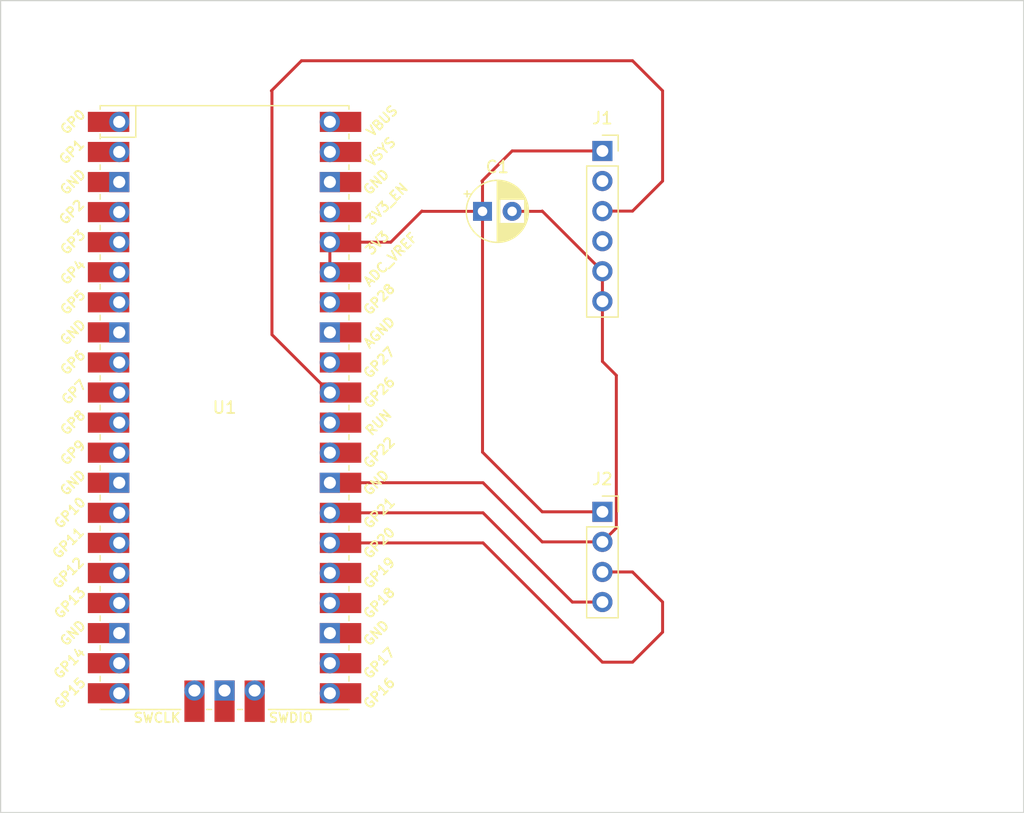
<source format=kicad_pcb>
(kicad_pcb (version 20221018) (generator pcbnew)
  (title_block (title "Flickertester") (date "2023-11-17") (rev "0.1"))
  (layers (0 "F.Cu" signal) (31 "B.Cu" signal) (34 "B.Paste" user) (35 "F.Paste" user) (36 "B.SilkS" user "B.Silkscreen") (37 "F.SilkS" user "F.Silkscreen") (38 "B.Mask" user) (39 "F.Mask" user) (44 "Edge.Cuts" user))
  (net 0 "")
  (net 1 "+3.3V")
  (net 2 "GND")
  (net 4 "/1M")
  (net 6 "/SDA")
  (net 7 "/SCL")
  (footprint "Connector_PinSocket_2.54mm:PinSocket_1x06_P2.54mm_Vertical" (layer "F.Cu") (at 109.22 58.42)
    (fp_text reference "J1" (at 0 -2.77) (layer "F.SilkS"))
    (fp_text value "Conn_01x06_Socket")
    (fp_line (start -1.33 1.27) (end -1.33 14.03) (stroke (width 0.12)) (layer "F.SilkS"))
    (fp_line (start -1.33 1.27) (end 1.33 1.27) (stroke (width 0.12)) (layer "F.SilkS"))
    (fp_line (start -1.33 14.03) (end 1.33 14.03) (stroke (width 0.12)) (layer "F.SilkS"))
    (fp_line (start 0 -1.33) (end 1.33 -1.33) (stroke (width 0.12)) (layer "F.SilkS"))
    (fp_line (start 1.33 -1.33) (end 1.33 0) (stroke (width 0.12)) (layer "F.SilkS"))
    (fp_line (start 1.33 1.27) (end 1.33 14.03) (stroke (width 0.12)) (layer "F.SilkS"))
    (pad "1" thru_hole rect (at 0 0) (size 1.7 1.7) (drill 1) (layers "*.Cu" "*.Mask") (net 1 "+3.3V"))
    (pad "2" thru_hole oval (at 0 2.54) (size 1.7 1.7) (drill 1) (layers "*.Cu" "*.Mask"))
    (pad "3" thru_hole oval (at 0 5.08) (size 1.7 1.7) (drill 1) (layers "*.Cu" "*.Mask") (net 4 "/1M"))
    (pad "4" thru_hole oval (at 0 7.62) (size 1.7 1.7) (drill 1) (layers "*.Cu" "*.Mask"))
    (pad "5" thru_hole oval (at 0 10.16) (size 1.7 1.7) (drill 1) (layers "*.Cu" "*.Mask") (net 2 "GND"))
    (pad "6" thru_hole oval (at 0 12.7) (size 1.7 1.7) (drill 1) (layers "*.Cu" "*.Mask") (net 2 "GND"))
  )
  (footprint "Connector_PinSocket_2.54mm:PinSocket_1x04_P2.54mm_Vertical" (layer "F.Cu") (at 109.22 88.9)
    (fp_text reference "J2" (at 0 -2.77) (layer "F.SilkS"))
    (fp_text value "Conn_01x04_Socket")
    (fp_line (start -1.33 1.27) (end -1.33 8.95) (stroke (width 0.12)) (layer "F.SilkS"))
    (fp_line (start -1.33 1.27) (end 1.33 1.27) (stroke (width 0.12)) (layer "F.SilkS"))
    (fp_line (start -1.33 8.95) (end 1.33 8.95) (stroke (width 0.12)) (layer "F.SilkS"))
    (fp_line (start 0 -1.33) (end 1.33 -1.33) (stroke (width 0.12)) (layer "F.SilkS"))
    (fp_line (start 1.33 -1.33) (end 1.33 0) (stroke (width 0.12)) (layer "F.SilkS"))
    (fp_line (start 1.33 1.27) (end 1.33 8.95) (stroke (width 0.12)) (layer "F.SilkS"))
    (pad "1" thru_hole rect (at 0 0) (size 1.7 1.7) (drill 1) (layers "*.Cu" "*.Mask") (net 1 "+3.3V"))
    (pad "2" thru_hole oval (at 0 2.54) (size 1.7 1.7) (drill 1) (layers "*.Cu" "*.Mask") (net 2 "GND"))
    (pad "3" thru_hole oval (at 0 5.08) (size 1.7 1.7) (drill 1) (layers "*.Cu" "*.Mask") (net 6 "/SDA"))
    (pad "4" thru_hole oval (at 0 7.62) (size 1.7 1.7) (drill 1) (layers "*.Cu" "*.Mask") (net 7 "/SCL"))
  )
  (footprint "MCU_RaspberryPi_and_Boards:RPi_Pico_SMD_TH" (layer "F.Cu") (at 77.325225 80.095)
    (fp_text reference "U1" (at 0 0) (layer "F.SilkS"))
    (fp_text value "Pico")
    (fp_text user "GND" (at 12.8 19.05 45) (layer "F.SilkS") (effects (font (size 0.8 0.8))))
    (fp_text user "GP3" (at -12.8 -13.97 45) (layer "F.SilkS") (effects (font (size 0.8 0.8))))
    (fp_text user "GP1" (at -12.9 -21.6 45) (layer "F.SilkS") (effects (font (size 0.8 0.8))))
    (fp_text user "GP20" (at 13.054 11.43 45) (layer "F.SilkS") (effects (font (size 0.8 0.8))))
    (fp_text user "GP9" (at -12.8 3.81 45) (layer "F.SilkS") (effects (font (size 0.8 0.8))))
    (fp_text user "GP7" (at -12.7 -1.3 45) (layer "F.SilkS") (effects (font (size 0.8 0.8))))
    (fp_text user "3V3_EN" (at 13.7 -17.2 45) (layer "F.SilkS") (effects (font (size 0.8 0.8))))
    (fp_text user "GP22" (at 13.054 3.81 45) (layer "F.SilkS") (effects (font (size 0.8 0.8))))
    (fp_text user "GP8" (at -12.8 1.27 45) (layer "F.SilkS") (effects (font (size 0.8 0.8))))
    (fp_text user "GP28" (at 13.054 -9.144 45) (layer "F.SilkS") (effects (font (size 0.8 0.8))))
    (fp_text user "GP12" (at -13.2 13.97 45) (layer "F.SilkS") (effects (font (size 0.8 0.8))))
    (fp_text user "GP5" (at -12.8 -8.89 45) (layer "F.SilkS") (effects (font (size 0.8 0.8))))
    (fp_text user "GP0" (at -12.8 -24.13 45) (layer "F.SilkS") (effects (font (size 0.8 0.8))))
    (fp_text user "GND" (at -12.8 -6.35 45) (layer "F.SilkS") (effects (font (size 0.8 0.8))))
    (fp_text user "GP17" (at 13.054 21.59 45) (layer "F.SilkS") (effects (font (size 0.8 0.8))))
    (fp_text user "GP13" (at -13.054 16.51 45) (layer "F.SilkS") (effects (font (size 0.8 0.8))))
    (fp_text user "3V3" (at 12.9 -13.9 45) (layer "F.SilkS") (effects (font (size 0.8 0.8))))
    (fp_text user "RUN" (at 13 1.27 45) (layer "F.SilkS") (effects (font (size 0.8 0.8))))
    (fp_text user "SWCLK" (at -5.7 26.2) (layer "F.SilkS") (effects (font (size 0.8 0.8))))
    (fp_text user "GND" (at -12.8 -19.05 45) (layer "F.SilkS") (effects (font (size 0.8 0.8))))
    (fp_text user "AGND" (at 13.054 -6.35 45) (layer "F.SilkS") (effects (font (size 0.8 0.8))))
    (fp_text user "GND" (at 12.8 6.35 45) (layer "F.SilkS") (effects (font (size 0.8 0.8))))
    (fp_text user "GP2" (at -12.9 -16.51 45) (layer "F.SilkS") (effects (font (size 0.8 0.8))))
    (fp_text user "SWDIO" (at 5.6 26.2) (layer "F.SilkS") (effects (font (size 0.8 0.8))))
    (fp_text user "GP10" (at -13.054 8.89 45) (layer "F.SilkS") (effects (font (size 0.8 0.8))))
    (fp_text user "GP18" (at 13.054 16.51 45) (layer "F.SilkS") (effects (font (size 0.8 0.8))))
    (fp_text user "GP21" (at 13.054 8.9 45) (layer "F.SilkS") (effects (font (size 0.8 0.8))))
    (fp_text user "GND" (at 12.8 -19.05 45) (layer "F.SilkS") (effects (font (size 0.8 0.8))))
    (fp_text user "GND" (at -12.8 19.05 45) (layer "F.SilkS") (effects (font (size 0.8 0.8))))
    (fp_text user "GP26" (at 13.054 -1.27 45) (layer "F.SilkS") (effects (font (size 0.8 0.8))))
    (fp_text user "GP6" (at -12.8 -3.81 45) (layer "F.SilkS") (effects (font (size 0.8 0.8))))
    (fp_text user "GP19" (at 13.054 13.97 45) (layer "F.SilkS") (effects (font (size 0.8 0.8))))
    (fp_text user "VBUS" (at 13.3 -24.2 45) (layer "F.SilkS") (effects (font (size 0.8 0.8))))
    (fp_text user "VSYS" (at 13.2 -21.59 45) (layer "F.SilkS") (effects (font (size 0.8 0.8))))
    (fp_text user "GP11" (at -13.2 11.43 45) (layer "F.SilkS") (effects (font (size 0.8 0.8))))
    (fp_text user "GP15" (at -13.054 24.13 45) (layer "F.SilkS") (effects (font (size 0.8 0.8))))
    (fp_text user "GP14" (at -13.1 21.59 45) (layer "F.SilkS") (effects (font (size 0.8 0.8))))
    (fp_text user "GND" (at -12.8 6.35 45) (layer "F.SilkS") (effects (font (size 0.8 0.8))))
    (fp_text user "ADC_VREF" (at 14 -12.5 45) (layer "F.SilkS") (effects (font (size 0.8 0.8))))
    (fp_text user "GP16" (at 13.054 24.13 45) (layer "F.SilkS") (effects (font (size 0.8 0.8))))
    (fp_text user "GP4" (at -12.8 -11.43 45) (layer "F.SilkS") (effects (font (size 0.8 0.8))))
    (fp_text user "GP27" (at 13.054 -3.8 45) (layer "F.SilkS") (effects (font (size 0.8 0.8))))
    (fp_line (start -10.5 -25.5) (end -10.5 -25.2) (stroke (width 0.12)) (layer "F.SilkS"))
    (fp_line (start -10.5 -25.5) (end 10.5 -25.5) (stroke (width 0.12)) (layer "F.SilkS"))
    (fp_line (start -10.5 -23.1) (end -10.5 -22.7) (stroke (width 0.12)) (layer "F.SilkS"))
    (fp_line (start -10.5 -22.833) (end -7.493 -22.833) (stroke (width 0.12)) (layer "F.SilkS"))
    (fp_line (start -10.5 -20.5) (end -10.5 -20.1) (stroke (width 0.12)) (layer "F.SilkS"))
    (fp_line (start -10.5 -18) (end -10.5 -17.6) (stroke (width 0.12)) (layer "F.SilkS"))
    (fp_line (start -10.5 -15.4) (end -10.5 -15) (stroke (width 0.12)) (layer "F.SilkS"))
    (fp_line (start -10.5 -12.9) (end -10.5 -12.5) (stroke (width 0.12)) (layer "F.SilkS"))
    (fp_line (start -10.5 -10.4) (end -10.5 -10) (stroke (width 0.12)) (layer "F.SilkS"))
    (fp_line (start -10.5 -7.8) (end -10.5 -7.4) (stroke (width 0.12)) (layer "F.SilkS"))
    (fp_line (start -10.5 -5.3) (end -10.5 -4.9) (stroke (width 0.12)) (layer "F.SilkS"))
    (fp_line (start -10.5 -2.7) (end -10.5 -2.3) (stroke (width 0.12)) (layer "F.SilkS"))
    (fp_line (start -10.5 -0.2) (end -10.5 0.2) (stroke (width 0.12)) (layer "F.SilkS"))
    (fp_line (start -10.5 2.3) (end -10.5 2.7) (stroke (width 0.12)) (layer "F.SilkS"))
    (fp_line (start -10.5 4.9) (end -10.5 5.3) (stroke (width 0.12)) (layer "F.SilkS"))
    (fp_line (start -10.5 7.4) (end -10.5 7.8) (stroke (width 0.12)) (layer "F.SilkS"))
    (fp_line (start -10.5 10) (end -10.5 10.4) (stroke (width 0.12)) (layer "F.SilkS"))
    (fp_line (start -10.5 12.5) (end -10.5 12.9) (stroke (width 0.12)) (layer "F.SilkS"))
    (fp_line (start -10.5 15.1) (end -10.5 15.5) (stroke (width 0.12)) (layer "F.SilkS"))
    (fp_line (start -10.5 17.6) (end -10.5 18) (stroke (width 0.12)) (layer "F.SilkS"))
    (fp_line (start -10.5 20.1) (end -10.5 20.5) (stroke (width 0.12)) (layer "F.SilkS"))
    (fp_line (start -10.5 22.7) (end -10.5 23.1) (stroke (width 0.12)) (layer "F.SilkS"))
    (fp_line (start -7.493 -22.833) (end -7.493 -25.5) (stroke (width 0.12)) (layer "F.SilkS"))
    (fp_line (start -3.7 25.5) (end -10.5 25.5) (stroke (width 0.12)) (layer "F.SilkS"))
    (fp_line (start -1.5 25.5) (end -1.1 25.5) (stroke (width 0.12)) (layer "F.SilkS"))
    (fp_line (start 1.1 25.5) (end 1.5 25.5) (stroke (width 0.12)) (layer "F.SilkS"))
    (fp_line (start 10.5 -25.5) (end 10.5 -25.2) (stroke (width 0.12)) (layer "F.SilkS"))
    (fp_line (start 10.5 -23.1) (end 10.5 -22.7) (stroke (width 0.12)) (layer "F.SilkS"))
    (fp_line (start 10.5 -20.5) (end 10.5 -20.1) (stroke (width 0.12)) (layer "F.SilkS"))
    (fp_line (start 10.5 -18) (end 10.5 -17.6) (stroke (width 0.12)) (layer "F.SilkS"))
    (fp_line (start 10.5 -15.4) (end 10.5 -15) (stroke (width 0.12)) (layer "F.SilkS"))
    (fp_line (start 10.5 -12.9) (end 10.5 -12.5) (stroke (width 0.12)) (layer "F.SilkS"))
    (fp_line (start 10.5 -10.4) (end 10.5 -10) (stroke (width 0.12)) (layer "F.SilkS"))
    (fp_line (start 10.5 -7.8) (end 10.5 -7.4) (stroke (width 0.12)) (layer "F.SilkS"))
    (fp_line (start 10.5 -5.3) (end 10.5 -4.9) (stroke (width 0.12)) (layer "F.SilkS"))
    (fp_line (start 10.5 -2.7) (end 10.5 -2.3) (stroke (width 0.12)) (layer "F.SilkS"))
    (fp_line (start 10.5 -0.2) (end 10.5 0.2) (stroke (width 0.12)) (layer "F.SilkS"))
    (fp_line (start 10.5 2.3) (end 10.5 2.7) (stroke (width 0.12)) (layer "F.SilkS"))
    (fp_line (start 10.5 4.9) (end 10.5 5.3) (stroke (width 0.12)) (layer "F.SilkS"))
    (fp_line (start 10.5 7.4) (end 10.5 7.8) (stroke (width 0.12)) (layer "F.SilkS"))
    (fp_line (start 10.5 10) (end 10.5 10.4) (stroke (width 0.12)) (layer "F.SilkS"))
    (fp_line (start 10.5 12.5) (end 10.5 12.9) (stroke (width 0.12)) (layer "F.SilkS"))
    (fp_line (start 10.5 15.1) (end 10.5 15.5) (stroke (width 0.12)) (layer "F.SilkS"))
    (fp_line (start 10.5 17.6) (end 10.5 18) (stroke (width 0.12)) (layer "F.SilkS"))
    (fp_line (start 10.5 20.1) (end 10.5 20.5) (stroke (width 0.12)) (layer "F.SilkS"))
    (fp_line (start 10.5 22.7) (end 10.5 23.1) (stroke (width 0.12)) (layer "F.SilkS"))
    (fp_line (start 10.5 25.5) (end 3.7 25.5) (stroke (width 0.12)) (layer "F.SilkS"))
    (pad "" np_thru_hole oval (at -2.725 -24) (size 1.8 1.8) (drill 1.8) (layers "*.Cu" "*.Mask"))
    (pad "" np_thru_hole oval (at -2.425 -20.97) (size 1.5 1.5) (drill 1.5) (layers "*.Cu" "*.Mask"))
    (pad "" np_thru_hole oval (at 2.425 -20.97) (size 1.5 1.5) (drill 1.5) (layers "*.Cu" "*.Mask"))
    (pad "" np_thru_hole oval (at 2.725 -24) (size 1.8 1.8) (drill 1.8) (layers "*.Cu" "*.Mask"))
    (pad "1" thru_hole oval (at -8.89 -24.13) (size 1.7 1.7) (drill 1.02) (layers "*.Cu" "*.Mask"))
    (pad "1" smd rect (at -8.89 -24.13) (size 3.5 1.7) (drill (offset -0.9 0)) (layers "F.Cu" "F.Mask"))
    (pad "2" thru_hole oval (at -8.89 -21.59) (size 1.7 1.7) (drill 1.02) (layers "*.Cu" "*.Mask"))
    (pad "2" smd rect (at -8.89 -21.59) (size 3.5 1.7) (drill (offset -0.9 0)) (layers "F.Cu" "F.Mask"))
    (pad "3" thru_hole rect (at -8.89 -19.05) (size 1.7 1.7) (drill 1.02) (layers "*.Cu" "*.Mask"))
    (pad "3" smd rect (at -8.89 -19.05) (size 3.5 1.7) (drill (offset -0.9 0)) (layers "F.Cu" "F.Mask"))
    (pad "4" thru_hole oval (at -8.89 -16.51) (size 1.7 1.7) (drill 1.02) (layers "*.Cu" "*.Mask"))
    (pad "4" smd rect (at -8.89 -16.51) (size 3.5 1.7) (drill (offset -0.9 0)) (layers "F.Cu" "F.Mask"))
    (pad "5" thru_hole oval (at -8.89 -13.97) (size 1.7 1.7) (drill 1.02) (layers "*.Cu" "*.Mask"))
    (pad "5" smd rect (at -8.89 -13.97) (size 3.5 1.7) (drill (offset -0.9 0)) (layers "F.Cu" "F.Mask"))
    (pad "6" thru_hole oval (at -8.89 -11.43) (size 1.7 1.7) (drill 1.02) (layers "*.Cu" "*.Mask"))
    (pad "6" smd rect (at -8.89 -11.43) (size 3.5 1.7) (drill (offset -0.9 0)) (layers "F.Cu" "F.Mask"))
    (pad "7" thru_hole oval (at -8.89 -8.89) (size 1.7 1.7) (drill 1.02) (layers "*.Cu" "*.Mask"))
    (pad "7" smd rect (at -8.89 -8.89) (size 3.5 1.7) (drill (offset -0.9 0)) (layers "F.Cu" "F.Mask"))
    (pad "8" thru_hole rect (at -8.89 -6.35) (size 1.7 1.7) (drill 1.02) (layers "*.Cu" "*.Mask"))
    (pad "8" smd rect (at -8.89 -6.35) (size 3.5 1.7) (drill (offset -0.9 0)) (layers "F.Cu" "F.Mask"))
    (pad "9" thru_hole oval (at -8.89 -3.81) (size 1.7 1.7) (drill 1.02) (layers "*.Cu" "*.Mask"))
    (pad "9" smd rect (at -8.89 -3.81) (size 3.5 1.7) (drill (offset -0.9 0)) (layers "F.Cu" "F.Mask"))
    (pad "10" thru_hole oval (at -8.89 -1.27) (size 1.7 1.7) (drill 1.02) (layers "*.Cu" "*.Mask"))
    (pad "10" smd rect (at -8.89 -1.27) (size 3.5 1.7) (drill (offset -0.9 0)) (layers "F.Cu" "F.Mask"))
    (pad "11" thru_hole oval (at -8.89 1.27) (size 1.7 1.7) (drill 1.02) (layers "*.Cu" "*.Mask"))
    (pad "11" smd rect (at -8.89 1.27) (size 3.5 1.7) (drill (offset -0.9 0)) (layers "F.Cu" "F.Mask"))
    (pad "12" thru_hole oval (at -8.89 3.81) (size 1.7 1.7) (drill 1.02) (layers "*.Cu" "*.Mask"))
    (pad "12" smd rect (at -8.89 3.81) (size 3.5 1.7) (drill (offset -0.9 0)) (layers "F.Cu" "F.Mask"))
    (pad "13" thru_hole rect (at -8.89 6.35) (size 1.7 1.7) (drill 1.02) (layers "*.Cu" "*.Mask"))
    (pad "13" smd rect (at -8.89 6.35) (size 3.5 1.7) (drill (offset -0.9 0)) (layers "F.Cu" "F.Mask"))
    (pad "14" thru_hole oval (at -8.89 8.89) (size 1.7 1.7) (drill 1.02) (layers "*.Cu" "*.Mask"))
    (pad "14" smd rect (at -8.89 8.89) (size 3.5 1.7) (drill (offset -0.9 0)) (layers "F.Cu" "F.Mask"))
    (pad "15" thru_hole oval (at -8.89 11.43) (size 1.7 1.7) (drill 1.02) (layers "*.Cu" "*.Mask"))
    (pad "15" smd rect (at -8.89 11.43) (size 3.5 1.7) (drill (offset -0.9 0)) (layers "F.Cu" "F.Mask"))
    (pad "16" thru_hole oval (at -8.89 13.97) (size 1.7 1.7) (drill 1.02) (layers "*.Cu" "*.Mask"))
    (pad "16" smd rect (at -8.89 13.97) (size 3.5 1.7) (drill (offset -0.9 0)) (layers "F.Cu" "F.Mask"))
    (pad "17" thru_hole oval (at -8.89 16.51) (size 1.7 1.7) (drill 1.02) (layers "*.Cu" "*.Mask"))
    (pad "17" smd rect (at -8.89 16.51) (size 3.5 1.7) (drill (offset -0.9 0)) (layers "F.Cu" "F.Mask"))
    (pad "18" thru_hole rect (at -8.89 19.05) (size 1.7 1.7) (drill 1.02) (layers "*.Cu" "*.Mask"))
    (pad "18" smd rect (at -8.89 19.05) (size 3.5 1.7) (drill (offset -0.9 0)) (layers "F.Cu" "F.Mask"))
    (pad "19" thru_hole oval (at -8.89 21.59) (size 1.7 1.7) (drill 1.02) (layers "*.Cu" "*.Mask"))
    (pad "19" smd rect (at -8.89 21.59) (size 3.5 1.7) (drill (offset -0.9 0)) (layers "F.Cu" "F.Mask"))
    (pad "20" thru_hole oval (at -8.89 24.13) (size 1.7 1.7) (drill 1.02) (layers "*.Cu" "*.Mask"))
    (pad "20" smd rect (at -8.89 24.13) (size 3.5 1.7) (drill (offset -0.9 0)) (layers "F.Cu" "F.Mask"))
    (pad "21" thru_hole oval (at 8.89 24.13) (size 1.7 1.7) (drill 1.02) (layers "*.Cu" "*.Mask"))
    (pad "21" smd rect (at 8.89 24.13) (size 3.5 1.7) (drill (offset 0.9 0)) (layers "F.Cu" "F.Mask"))
    (pad "22" thru_hole oval (at 8.89 21.59) (size 1.7 1.7) (drill 1.02) (layers "*.Cu" "*.Mask"))
    (pad "22" smd rect (at 8.89 21.59) (size 3.5 1.7) (drill (offset 0.9 0)) (layers "F.Cu" "F.Mask"))
    (pad "23" thru_hole rect (at 8.89 19.05) (size 1.7 1.7) (drill 1.02) (layers "*.Cu" "*.Mask"))
    (pad "23" smd rect (at 8.89 19.05) (size 3.5 1.7) (drill (offset 0.9 0)) (layers "F.Cu" "F.Mask"))
    (pad "24" thru_hole oval (at 8.89 16.51) (size 1.7 1.7) (drill 1.02) (layers "*.Cu" "*.Mask"))
    (pad "24" smd rect (at 8.89 16.51) (size 3.5 1.7) (drill (offset 0.9 0)) (layers "F.Cu" "F.Mask"))
    (pad "25" thru_hole oval (at 8.89 13.97) (size 1.7 1.7) (drill 1.02) (layers "*.Cu" "*.Mask"))
    (pad "25" smd rect (at 8.89 13.97) (size 3.5 1.7) (drill (offset 0.9 0)) (layers "F.Cu" "F.Mask"))
    (pad "26" thru_hole oval (at 8.89 11.43) (size 1.7 1.7) (drill 1.02) (layers "*.Cu" "*.Mask") (net 6 "/SDA"))
    (pad "26" smd rect (at 8.89 11.43) (size 3.5 1.7) (drill (offset 0.9 0)) (layers "F.Cu" "F.Mask") (net 6 "/SDA"))
    (pad "27" thru_hole oval (at 8.89 8.89) (size 1.7 1.7) (drill 1.02) (layers "*.Cu" "*.Mask") (net 7 "/SCL"))
    (pad "27" smd rect (at 8.89 8.89) (size 3.5 1.7) (drill (offset 0.9 0)) (layers "F.Cu" "F.Mask") (net 7 "/SCL"))
    (pad "28" thru_hole rect (at 8.89 6.35) (size 1.7 1.7) (drill 1.02) (layers "*.Cu" "*.Mask") (net 2 "GND"))
    (pad "28" smd rect (at 8.89 6.35) (size 3.5 1.7) (drill (offset 0.9 0)) (layers "F.Cu" "F.Mask") (net 2 "GND"))
    (pad "29" thru_hole oval (at 8.89 3.81) (size 1.7 1.7) (drill 1.02) (layers "*.Cu" "*.Mask"))
    (pad "29" smd rect (at 8.89 3.81) (size 3.5 1.7) (drill (offset 0.9 0)) (layers "F.Cu" "F.Mask"))
    (pad "30" thru_hole oval (at 8.89 1.27) (size 1.7 1.7) (drill 1.02) (layers "*.Cu" "*.Mask"))
    (pad "30" smd rect (at 8.89 1.27) (size 3.5 1.7) (drill (offset 0.9 0)) (layers "F.Cu" "F.Mask"))
    (pad "31" thru_hole oval (at 8.89 -1.27) (size 1.7 1.7) (drill 1.02) (layers "*.Cu" "*.Mask") (net 4 "/1M"))
    (pad "31" smd rect (at 8.89 -1.27) (size 3.5 1.7) (drill (offset 0.9 0)) (layers "F.Cu" "F.Mask") (net 4 "/1M"))
    (pad "32" thru_hole oval (at 8.89 -3.81) (size 1.7 1.7) (drill 1.02) (layers "*.Cu" "*.Mask"))
    (pad "32" smd rect (at 8.89 -3.81) (size 3.5 1.7) (drill (offset 0.9 0)) (layers "F.Cu" "F.Mask"))
    (pad "33" thru_hole rect (at 8.89 -6.35) (size 1.7 1.7) (drill 1.02) (layers "*.Cu" "*.Mask"))
    (pad "33" smd rect (at 8.89 -6.35) (size 3.5 1.7) (drill (offset 0.9 0)) (layers "F.Cu" "F.Mask"))
    (pad "34" thru_hole oval (at 8.89 -8.89) (size 1.7 1.7) (drill 1.02) (layers "*.Cu" "*.Mask") (net 1 "+3.3V"))
    (pad "34" smd rect (at 8.89 -8.89) (size 3.5 1.7) (drill (offset 0.9 0)) (layers "F.Cu" "F.Mask") (net 1 "+3.3V"))
    (pad "35" thru_hole oval (at 8.89 -11.43) (size 1.7 1.7) (drill 1.02) (layers "*.Cu" "*.Mask") (net 1 "+3.3V"))
    (pad "35" smd rect (at 8.89 -11.43) (size 3.5 1.7) (drill (offset 0.9 0)) (layers "F.Cu" "F.Mask") (net 1 "+3.3V"))
    (pad "36" thru_hole oval (at 8.89 -13.97) (size 1.7 1.7) (drill 1.02) (layers "*.Cu" "*.Mask") (net 1 "+3.3V"))
    (pad "36" smd rect (at 8.89 -13.97) (size 3.5 1.7) (drill (offset 0.9 0)) (layers "F.Cu" "F.Mask") (net 1 "+3.3V"))
    (pad "37" thru_hole oval (at 8.89 -16.51) (size 1.7 1.7) (drill 1.02) (layers "*.Cu" "*.Mask"))
    (pad "37" smd rect (at 8.89 -16.51) (size 3.5 1.7) (drill (offset 0.9 0)) (layers "F.Cu" "F.Mask"))
    (pad "38" thru_hole rect (at 8.89 -19.05) (size 1.7 1.7) (drill 1.02) (layers "*.Cu" "*.Mask"))
    (pad "38" smd rect (at 8.89 -19.05) (size 3.5 1.7) (drill (offset 0.9 0)) (layers "F.Cu" "F.Mask"))
    (pad "39" thru_hole oval (at 8.89 -21.59) (size 1.7 1.7) (drill 1.02) (layers "*.Cu" "*.Mask"))
    (pad "39" smd rect (at 8.89 -21.59) (size 3.5 1.7) (drill (offset 0.9 0)) (layers "F.Cu" "F.Mask"))
    (pad "40" thru_hole oval (at 8.89 -24.13) (size 1.7 1.7) (drill 1.02) (layers "*.Cu" "*.Mask"))
    (pad "40" smd rect (at 8.89 -24.13) (size 3.5 1.7) (drill (offset 0.9 0)) (layers "F.Cu" "F.Mask"))
    (pad "41" thru_hole oval (at -2.54 23.9) (size 1.7 1.7) (drill 1.02) (layers "*.Cu" "*.Mask"))
    (pad "41" smd rect (at -2.54 23.9 90) (size 3.5 1.7) (drill (offset -0.9 0)) (layers "F.Cu" "F.Mask"))
    (pad "42" thru_hole rect (at 0 23.9) (size 1.7 1.7) (drill 1.02) (layers "*.Cu" "*.Mask"))
    (pad "42" smd rect (at 0 23.9 90) (size 3.5 1.7) (drill (offset -0.9 0)) (layers "F.Cu" "F.Mask"))
    (pad "43" thru_hole oval (at 2.54 23.9) (size 1.7 1.7) (drill 1.02) (layers "*.Cu" "*.Mask"))
    (pad "43" smd rect (at 2.54 23.9 90) (size 3.5 1.7) (drill (offset -0.9 0)) (layers "F.Cu" "F.Mask"))
  )
  (footprint "Capacitor_THT:CP_Radial_D5.0mm_P2.50mm" (layer "F.Cu") (at 99.1 63.52)
    (fp_text reference "C1" (at 1.25 -3.75) (layer "F.SilkS"))
    (fp_text value "100nF")
    (fp_line (start -1.554775 -1.475) (end -1.054775 -1.475) (stroke (width 0.12)) (layer "F.SilkS"))
    (fp_line (start -1.304775 -1.725) (end -1.304775 -1.225) (stroke (width 0.12)) (layer "F.SilkS"))
    (fp_line (start 1.25 -2.58) (end 1.25 2.58) (stroke (width 0.12)) (layer "F.SilkS"))
    (fp_line (start 1.29 -2.58) (end 1.29 2.58) (stroke (width 0.12)) (layer "F.SilkS"))
    (fp_line (start 1.33 -2.579) (end 1.33 2.579) (stroke (width 0.12)) (layer "F.SilkS"))
    (fp_line (start 1.37 -2.578) (end 1.37 2.578) (stroke (width 0.12)) (layer "F.SilkS"))
    (fp_line (start 1.41 -2.576) (end 1.41 2.576) (stroke (width 0.12)) (layer "F.SilkS"))
    (fp_line (start 1.45 -2.573) (end 1.45 2.573) (stroke (width 0.12)) (layer "F.SilkS"))
    (fp_line (start 1.49 -2.569) (end 1.49 -1.04) (stroke (width 0.12)) (layer "F.SilkS"))
    (fp_line (start 1.49 1.04) (end 1.49 2.569) (stroke (width 0.12)) (layer "F.SilkS"))
    (fp_line (start 1.53 -2.565) (end 1.53 -1.04) (stroke (width 0.12)) (layer "F.SilkS"))
    (fp_line (start 1.53 1.04) (end 1.53 2.565) (stroke (width 0.12)) (layer "F.SilkS"))
    (fp_line (start 1.57 -2.561) (end 1.57 -1.04) (stroke (width 0.12)) (layer "F.SilkS"))
    (fp_line (start 1.57 1.04) (end 1.57 2.561) (stroke (width 0.12)) (layer "F.SilkS"))
    (fp_line (start 1.61 -2.556) (end 1.61 -1.04) (stroke (width 0.12)) (layer "F.SilkS"))
    (fp_line (start 1.61 1.04) (end 1.61 2.556) (stroke (width 0.12)) (layer "F.SilkS"))
    (fp_line (start 1.65 -2.55) (end 1.65 -1.04) (stroke (width 0.12)) (layer "F.SilkS"))
    (fp_line (start 1.65 1.04) (end 1.65 2.55) (stroke (width 0.12)) (layer "F.SilkS"))
    (fp_line (start 1.69 -2.543) (end 1.69 -1.04) (stroke (width 0.12)) (layer "F.SilkS"))
    (fp_line (start 1.69 1.04) (end 1.69 2.543) (stroke (width 0.12)) (layer "F.SilkS"))
    (fp_line (start 1.73 -2.536) (end 1.73 -1.04) (stroke (width 0.12)) (layer "F.SilkS"))
    (fp_line (start 1.73 1.04) (end 1.73 2.536) (stroke (width 0.12)) (layer "F.SilkS"))
    (fp_line (start 1.77 -2.528) (end 1.77 -1.04) (stroke (width 0.12)) (layer "F.SilkS"))
    (fp_line (start 1.77 1.04) (end 1.77 2.528) (stroke (width 0.12)) (layer "F.SilkS"))
    (fp_line (start 1.81 -2.52) (end 1.81 -1.04) (stroke (width 0.12)) (layer "F.SilkS"))
    (fp_line (start 1.81 1.04) (end 1.81 2.52) (stroke (width 0.12)) (layer "F.SilkS"))
    (fp_line (start 1.85 -2.511) (end 1.85 -1.04) (stroke (width 0.12)) (layer "F.SilkS"))
    (fp_line (start 1.85 1.04) (end 1.85 2.511) (stroke (width 0.12)) (layer "F.SilkS"))
    (fp_line (start 1.89 -2.501) (end 1.89 -1.04) (stroke (width 0.12)) (layer "F.SilkS"))
    (fp_line (start 1.89 1.04) (end 1.89 2.501) (stroke (width 0.12)) (layer "F.SilkS"))
    (fp_line (start 1.93 -2.491) (end 1.93 -1.04) (stroke (width 0.12)) (layer "F.SilkS"))
    (fp_line (start 1.93 1.04) (end 1.93 2.491) (stroke (width 0.12)) (layer "F.SilkS"))
    (fp_line (start 1.971 -2.48) (end 1.971 -1.04) (stroke (width 0.12)) (layer "F.SilkS"))
    (fp_line (start 1.971 1.04) (end 1.971 2.48) (stroke (width 0.12)) (layer "F.SilkS"))
    (fp_line (start 2.011 -2.468) (end 2.011 -1.04) (stroke (width 0.12)) (layer "F.SilkS"))
    (fp_line (start 2.011 1.04) (end 2.011 2.468) (stroke (width 0.12)) (layer "F.SilkS"))
    (fp_line (start 2.051 -2.455) (end 2.051 -1.04) (stroke (width 0.12)) (layer "F.SilkS"))
    (fp_line (start 2.051 1.04) (end 2.051 2.455) (stroke (width 0.12)) (layer "F.SilkS"))
    (fp_line (start 2.091 -2.442) (end 2.091 -1.04) (stroke (width 0.12)) (layer "F.SilkS"))
    (fp_line (start 2.091 1.04) (end 2.091 2.442) (stroke (width 0.12)) (layer "F.SilkS"))
    (fp_line (start 2.131 -2.428) (end 2.131 -1.04) (stroke (width 0.12)) (layer "F.SilkS"))
    (fp_line (start 2.131 1.04) (end 2.131 2.428) (stroke (width 0.12)) (layer "F.SilkS"))
    (fp_line (start 2.171 -2.414) (end 2.171 -1.04) (stroke (width 0.12)) (layer "F.SilkS"))
    (fp_line (start 2.171 1.04) (end 2.171 2.414) (stroke (width 0.12)) (layer "F.SilkS"))
    (fp_line (start 2.211 -2.398) (end 2.211 -1.04) (stroke (width 0.12)) (layer "F.SilkS"))
    (fp_line (start 2.211 1.04) (end 2.211 2.398) (stroke (width 0.12)) (layer "F.SilkS"))
    (fp_line (start 2.251 -2.382) (end 2.251 -1.04) (stroke (width 0.12)) (layer "F.SilkS"))
    (fp_line (start 2.251 1.04) (end 2.251 2.382) (stroke (width 0.12)) (layer "F.SilkS"))
    (fp_line (start 2.291 -2.365) (end 2.291 -1.04) (stroke (width 0.12)) (layer "F.SilkS"))
    (fp_line (start 2.291 1.04) (end 2.291 2.365) (stroke (width 0.12)) (layer "F.SilkS"))
    (fp_line (start 2.331 -2.348) (end 2.331 -1.04) (stroke (width 0.12)) (layer "F.SilkS"))
    (fp_line (start 2.331 1.04) (end 2.331 2.348) (stroke (width 0.12)) (layer "F.SilkS"))
    (fp_line (start 2.371 -2.329) (end 2.371 -1.04) (stroke (width 0.12)) (layer "F.SilkS"))
    (fp_line (start 2.371 1.04) (end 2.371 2.329) (stroke (width 0.12)) (layer "F.SilkS"))
    (fp_line (start 2.411 -2.31) (end 2.411 -1.04) (stroke (width 0.12)) (layer "F.SilkS"))
    (fp_line (start 2.411 1.04) (end 2.411 2.31) (stroke (width 0.12)) (layer "F.SilkS"))
    (fp_line (start 2.451 -2.29) (end 2.451 -1.04) (stroke (width 0.12)) (layer "F.SilkS"))
    (fp_line (start 2.451 1.04) (end 2.451 2.29) (stroke (width 0.12)) (layer "F.SilkS"))
    (fp_line (start 2.491 -2.268) (end 2.491 -1.04) (stroke (width 0.12)) (layer "F.SilkS"))
    (fp_line (start 2.491 1.04) (end 2.491 2.268) (stroke (width 0.12)) (layer "F.SilkS"))
    (fp_line (start 2.531 -2.247) (end 2.531 -1.04) (stroke (width 0.12)) (layer "F.SilkS"))
    (fp_line (start 2.531 1.04) (end 2.531 2.247) (stroke (width 0.12)) (layer "F.SilkS"))
    (fp_line (start 2.571 -2.224) (end 2.571 -1.04) (stroke (width 0.12)) (layer "F.SilkS"))
    (fp_line (start 2.571 1.04) (end 2.571 2.224) (stroke (width 0.12)) (layer "F.SilkS"))
    (fp_line (start 2.611 -2.2) (end 2.611 -1.04) (stroke (width 0.12)) (layer "F.SilkS"))
    (fp_line (start 2.611 1.04) (end 2.611 2.2) (stroke (width 0.12)) (layer "F.SilkS"))
    (fp_line (start 2.651 -2.175) (end 2.651 -1.04) (stroke (width 0.12)) (layer "F.SilkS"))
    (fp_line (start 2.651 1.04) (end 2.651 2.175) (stroke (width 0.12)) (layer "F.SilkS"))
    (fp_line (start 2.691 -2.149) (end 2.691 -1.04) (stroke (width 0.12)) (layer "F.SilkS"))
    (fp_line (start 2.691 1.04) (end 2.691 2.149) (stroke (width 0.12)) (layer "F.SilkS"))
    (fp_line (start 2.731 -2.122) (end 2.731 -1.04) (stroke (width 0.12)) (layer "F.SilkS"))
    (fp_line (start 2.731 1.04) (end 2.731 2.122) (stroke (width 0.12)) (layer "F.SilkS"))
    (fp_line (start 2.771 -2.095) (end 2.771 -1.04) (stroke (width 0.12)) (layer "F.SilkS"))
    (fp_line (start 2.771 1.04) (end 2.771 2.095) (stroke (width 0.12)) (layer "F.SilkS"))
    (fp_line (start 2.811 -2.065) (end 2.811 -1.04) (stroke (width 0.12)) (layer "F.SilkS"))
    (fp_line (start 2.811 1.04) (end 2.811 2.065) (stroke (width 0.12)) (layer "F.SilkS"))
    (fp_line (start 2.851 -2.035) (end 2.851 -1.04) (stroke (width 0.12)) (layer "F.SilkS"))
    (fp_line (start 2.851 1.04) (end 2.851 2.035) (stroke (width 0.12)) (layer "F.SilkS"))
    (fp_line (start 2.891 -2.004) (end 2.891 -1.04) (stroke (width 0.12)) (layer "F.SilkS"))
    (fp_line (start 2.891 1.04) (end 2.891 2.004) (stroke (width 0.12)) (layer "F.SilkS"))
    (fp_line (start 2.931 -1.971) (end 2.931 -1.04) (stroke (width 0.12)) (layer "F.SilkS"))
    (fp_line (start 2.931 1.04) (end 2.931 1.971) (stroke (width 0.12)) (layer "F.SilkS"))
    (fp_line (start 2.971 -1.937) (end 2.971 -1.04) (stroke (width 0.12)) (layer "F.SilkS"))
    (fp_line (start 2.971 1.04) (end 2.971 1.937) (stroke (width 0.12)) (layer "F.SilkS"))
    (fp_line (start 3.011 -1.901) (end 3.011 -1.04) (stroke (width 0.12)) (layer "F.SilkS"))
    (fp_line (start 3.011 1.04) (end 3.011 1.901) (stroke (width 0.12)) (layer "F.SilkS"))
    (fp_line (start 3.051 -1.864) (end 3.051 -1.04) (stroke (width 0.12)) (layer "F.SilkS"))
    (fp_line (start 3.051 1.04) (end 3.051 1.864) (stroke (width 0.12)) (layer "F.SilkS"))
    (fp_line (start 3.091 -1.826) (end 3.091 -1.04) (stroke (width 0.12)) (layer "F.SilkS"))
    (fp_line (start 3.091 1.04) (end 3.091 1.826) (stroke (width 0.12)) (layer "F.SilkS"))
    (fp_line (start 3.131 -1.785) (end 3.131 -1.04) (stroke (width 0.12)) (layer "F.SilkS"))
    (fp_line (start 3.131 1.04) (end 3.131 1.785) (stroke (width 0.12)) (layer "F.SilkS"))
    (fp_line (start 3.171 -1.743) (end 3.171 -1.04) (stroke (width 0.12)) (layer "F.SilkS"))
    (fp_line (start 3.171 1.04) (end 3.171 1.743) (stroke (width 0.12)) (layer "F.SilkS"))
    (fp_line (start 3.211 -1.699) (end 3.211 -1.04) (stroke (width 0.12)) (layer "F.SilkS"))
    (fp_line (start 3.211 1.04) (end 3.211 1.699) (stroke (width 0.12)) (layer "F.SilkS"))
    (fp_line (start 3.251 -1.653) (end 3.251 -1.04) (stroke (width 0.12)) (layer "F.SilkS"))
    (fp_line (start 3.251 1.04) (end 3.251 1.653) (stroke (width 0.12)) (layer "F.SilkS"))
    (fp_line (start 3.291 -1.605) (end 3.291 -1.04) (stroke (width 0.12)) (layer "F.SilkS"))
    (fp_line (start 3.291 1.04) (end 3.291 1.605) (stroke (width 0.12)) (layer "F.SilkS"))
    (fp_line (start 3.331 -1.554) (end 3.331 -1.04) (stroke (width 0.12)) (layer "F.SilkS"))
    (fp_line (start 3.331 1.04) (end 3.331 1.554) (stroke (width 0.12)) (layer "F.SilkS"))
    (fp_line (start 3.371 -1.5) (end 3.371 -1.04) (stroke (width 0.12)) (layer "F.SilkS"))
    (fp_line (start 3.371 1.04) (end 3.371 1.5) (stroke (width 0.12)) (layer "F.SilkS"))
    (fp_line (start 3.411 -1.443) (end 3.411 -1.04) (stroke (width 0.12)) (layer "F.SilkS"))
    (fp_line (start 3.411 1.04) (end 3.411 1.443) (stroke (width 0.12)) (layer "F.SilkS"))
    (fp_line (start 3.451 -1.383) (end 3.451 -1.04) (stroke (width 0.12)) (layer "F.SilkS"))
    (fp_line (start 3.451 1.04) (end 3.451 1.383) (stroke (width 0.12)) (layer "F.SilkS"))
    (fp_line (start 3.491 -1.319) (end 3.491 -1.04) (stroke (width 0.12)) (layer "F.SilkS"))
    (fp_line (start 3.491 1.04) (end 3.491 1.319) (stroke (width 0.12)) (layer "F.SilkS"))
    (fp_line (start 3.531 -1.251) (end 3.531 -1.04) (stroke (width 0.12)) (layer "F.SilkS"))
    (fp_line (start 3.531 1.04) (end 3.531 1.251) (stroke (width 0.12)) (layer "F.SilkS"))
    (fp_line (start 3.571 -1.178) (end 3.571 1.178) (stroke (width 0.12)) (layer "F.SilkS"))
    (fp_line (start 3.611 -1.098) (end 3.611 1.098) (stroke (width 0.12)) (layer "F.SilkS"))
    (fp_line (start 3.651 -1.011) (end 3.651 1.011) (stroke (width 0.12)) (layer "F.SilkS"))
    (fp_line (start 3.691 -0.915) (end 3.691 0.915) (stroke (width 0.12)) (layer "F.SilkS"))
    (fp_line (start 3.731 -0.805) (end 3.731 0.805) (stroke (width 0.12)) (layer "F.SilkS"))
    (fp_line (start 3.771 -0.677) (end 3.771 0.677) (stroke (width 0.12)) (layer "F.SilkS"))
    (fp_line (start 3.811 -0.518) (end 3.811 0.518) (stroke (width 0.12)) (layer "F.SilkS"))
    (fp_line (start 3.851 -0.284) (end 3.851 0.284) (stroke (width 0.12)) (layer "F.SilkS"))
    (fp_circle (center 1.25 0) (end 3.87 0) (stroke (width 0.12)) (fill none) (layer "F.SilkS"))
    (pad "1" thru_hole rect (at 0 0) (size 1.6 1.6) (drill 0.8) (layers "*.Cu" "*.Mask") (net 1 "+3.3V"))
    (pad "2" thru_hole circle (at 2.5 0) (size 1.6 1.6) (drill 0.8) (layers "*.Cu" "*.Mask") (net 2 "GND"))
  )
  (gr_rect (start 58.42 45.72) (end 144.78 114.3) (stroke (width 0.1)) (fill none) (layer "Edge.Cuts"))
  (segment (start 94 63.52) (end 99.1 63.52) (width 0.25) (layer "F.Cu") (net 1))
  (segment (start 99.1 83.86) (end 104.14 88.9) (width 0.25) (layer "F.Cu") (net 1))
  (segment (start 99.06 60.96) (end 101.6 58.42) (width 0.25) (layer "F.Cu") (net 1))
  (segment (start 104.14 88.9) (end 109.22 88.9) (width 0.25) (layer "F.Cu") (net 1))
  (segment (start 93.98 63.5) (end 94 63.52) (width 0.25) (layer "F.Cu") (net 1))
  (segment (start 99.1 61) (end 99.06 60.96) (width 0.25) (layer "F.Cu") (net 1))
  (segment (start 86.215225 66.125) (end 91.355 66.125) (width 0.25) (layer "F.Cu") (net 1))
  (segment (start 99.1 63.52) (end 99.1 83.86) (width 0.25) (layer "F.Cu") (net 1))
  (segment (start 99.1 63.52) (end 99.1 61) (width 0.25) (layer "F.Cu") (net 1))
  (segment (start 86.215225 66.125) (end 86.215225 68.665) (width 0.25) (layer "F.Cu") (net 1))
  (segment (start 91.355 66.125) (end 93.98 63.5) (width 0.25) (layer "F.Cu") (net 1))
  (segment (start 101.6 58.42) (end 109.22 58.42) (width 0.25) (layer "F.Cu") (net 1))
  (segment (start 110.395 77.375) (end 109.22 76.2) (width 0.25) (layer "F.Cu") (net 2))
  (segment (start 109.22 76.2) (end 109.22 71.12) (width 0.25) (layer "F.Cu") (net 2))
  (segment (start 110.395 90.265) (end 110.395 77.375) (width 0.25) (layer "F.Cu") (net 2))
  (segment (start 104.14 63.5) (end 109.22 68.58) (width 0.25) (layer "F.Cu") (net 2))
  (segment (start 109.22 71.12) (end 109.22 68.58) (width 0.25) (layer "F.Cu") (net 2))
  (segment (start 104.14 91.44) (end 109.22 91.44) (width 0.25) (layer "F.Cu") (net 2))
  (segment (start 101.6 63.52) (end 104.12 63.52) (width 0.25) (layer "F.Cu") (net 2))
  (segment (start 104.12 63.52) (end 104.14 63.5) (width 0.25) (layer "F.Cu") (net 2))
  (segment (start 99.145 86.445) (end 104.14 91.44) (width 0.25) (layer "F.Cu") (net 2))
  (segment (start 86.215225 86.445) (end 99.145 86.445) (width 0.25) (layer "F.Cu") (net 2))
  (segment (start 109.22 91.44) (end 110.395 90.265) (width 0.25) (layer "F.Cu") (net 2))
  (segment (start 81.325225 53.385225) (end 81.28 53.34) (width 0.25) (layer "F.Cu") (net 4))
  (segment (start 111.76 50.8) (end 114.3 53.34) (width 0.25) (layer "F.Cu") (net 4))
  (segment (start 114.3 60.96) (end 111.76 63.5) (width 0.25) (layer "F.Cu") (net 4))
  (segment (start 83.82 50.8) (end 111.76 50.8) (width 0.25) (layer "F.Cu") (net 4))
  (segment (start 111.76 63.5) (end 109.22 63.5) (width 0.25) (layer "F.Cu") (net 4))
  (segment (start 114.3 53.34) (end 114.3 60.96) (width 0.25) (layer "F.Cu") (net 4))
  (segment (start 86.215225 78.825) (end 81.325225 73.935) (width 0.25) (layer "F.Cu") (net 4))
  (segment (start 81.325225 73.935) (end 81.325225 53.385225) (width 0.25) (layer "F.Cu") (net 4))
  (segment (start 81.28 53.34) (end 83.82 50.8) (width 0.25) (layer "F.Cu") (net 4))
  (segment (start 109.22 101.6) (end 111.76 101.6) (width 0.25) (layer "F.Cu") (net 6))
  (segment (start 86.215225 91.525) (end 99.145 91.525) (width 0.25) (layer "F.Cu") (net 6))
  (segment (start 99.145 91.525) (end 109.22 101.6) (width 0.25) (layer "F.Cu") (net 6))
  (segment (start 111.76 101.6) (end 114.3 99.06) (width 0.25) (layer "F.Cu") (net 6))
  (segment (start 114.3 96.52) (end 111.76 93.98) (width 0.25) (layer "F.Cu") (net 6))
  (segment (start 111.76 93.98) (end 109.22 93.98) (width 0.25) (layer "F.Cu") (net 6))
  (segment (start 114.3 99.06) (end 114.3 96.52) (width 0.25) (layer "F.Cu") (net 6))
  (segment (start 99.145 88.985) (end 106.68 96.52) (width 0.25) (layer "F.Cu") (net 7))
  (segment (start 106.68 96.52) (end 109.22 96.52) (width 0.25) (layer "F.Cu") (net 7))
  (segment (start 86.215225 88.985) (end 99.145 88.985) (width 0.25) (layer "F.Cu") (net 7))
)
</source>
